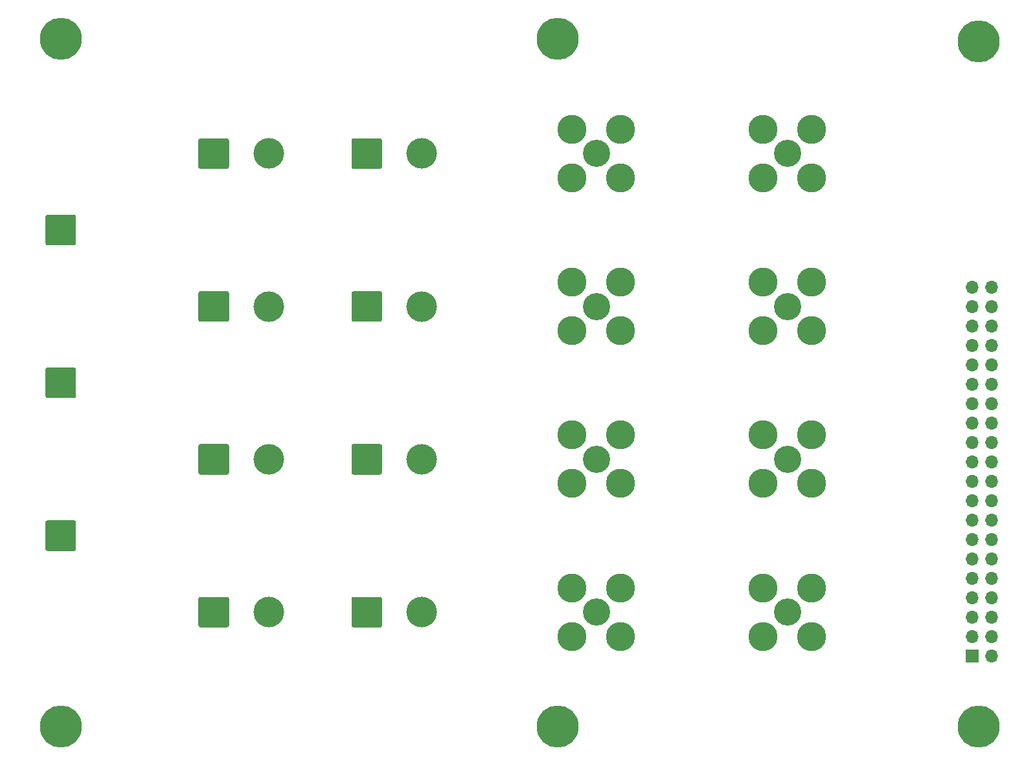
<source format=gbr>
G04 #@! TF.GenerationSoftware,KiCad,Pcbnew,6.0.0-d3dd2cf0fa~116~ubuntu21.10.1*
G04 #@! TF.CreationDate,2022-01-19T11:25:05+00:00*
G04 #@! TF.ProjectId,latbox_cycloneV,6c617462-6f78-45f6-9379-636c6f6e6556,rev?*
G04 #@! TF.SameCoordinates,Original*
G04 #@! TF.FileFunction,Soldermask,Bot*
G04 #@! TF.FilePolarity,Negative*
%FSLAX46Y46*%
G04 Gerber Fmt 4.6, Leading zero omitted, Abs format (unit mm)*
G04 Created by KiCad (PCBNEW 6.0.0-d3dd2cf0fa~116~ubuntu21.10.1) date 2022-01-19 11:25:05*
%MOMM*%
%LPD*%
G01*
G04 APERTURE LIST*
%ADD10C,5.500000*%
%ADD11C,4.000000*%
%ADD12C,3.556000*%
%ADD13C,3.810000*%
%ADD14R,1.700000X1.700000*%
%ADD15O,1.700000X1.700000*%
G04 APERTURE END LIST*
D10*
X55000000Y-55000000D03*
G36*
G01*
X93000000Y-111750000D02*
X93000000Y-108250000D01*
G75*
G02*
X93250000Y-108000000I250000J0D01*
G01*
X96750000Y-108000000D01*
G75*
G02*
X97000000Y-108250000I0J-250000D01*
G01*
X97000000Y-111750000D01*
G75*
G02*
X96750000Y-112000000I-250000J0D01*
G01*
X93250000Y-112000000D01*
G75*
G02*
X93000000Y-111750000I0J250000D01*
G01*
G37*
D11*
X102200000Y-110000000D03*
G36*
G01*
X93000000Y-71750000D02*
X93000000Y-68250000D01*
G75*
G02*
X93250000Y-68000000I250000J0D01*
G01*
X96750000Y-68000000D01*
G75*
G02*
X97000000Y-68250000I0J-250000D01*
G01*
X97000000Y-71750000D01*
G75*
G02*
X96750000Y-72000000I-250000J0D01*
G01*
X93250000Y-72000000D01*
G75*
G02*
X93000000Y-71750000I0J250000D01*
G01*
G37*
X102200000Y-70000000D03*
G36*
G01*
X73000000Y-131750000D02*
X73000000Y-128250000D01*
G75*
G02*
X73250000Y-128000000I250000J0D01*
G01*
X76750000Y-128000000D01*
G75*
G02*
X77000000Y-128250000I0J-250000D01*
G01*
X77000000Y-131750000D01*
G75*
G02*
X76750000Y-132000000I-250000J0D01*
G01*
X73250000Y-132000000D01*
G75*
G02*
X73000000Y-131750000I0J250000D01*
G01*
G37*
X82200000Y-130000000D03*
G36*
G01*
X93000000Y-131750000D02*
X93000000Y-128250000D01*
G75*
G02*
X93250000Y-128000000I250000J0D01*
G01*
X96750000Y-128000000D01*
G75*
G02*
X97000000Y-128250000I0J-250000D01*
G01*
X97000000Y-131750000D01*
G75*
G02*
X96750000Y-132000000I-250000J0D01*
G01*
X93250000Y-132000000D01*
G75*
G02*
X93000000Y-131750000I0J250000D01*
G01*
G37*
X102200000Y-130000000D03*
G36*
G01*
X53000000Y-81750000D02*
X53000000Y-78250000D01*
G75*
G02*
X53250000Y-78000000I250000J0D01*
G01*
X56750000Y-78000000D01*
G75*
G02*
X57000000Y-78250000I0J-250000D01*
G01*
X57000000Y-81750000D01*
G75*
G02*
X56750000Y-82000000I-250000J0D01*
G01*
X53250000Y-82000000D01*
G75*
G02*
X53000000Y-81750000I0J250000D01*
G01*
G37*
D12*
X125000000Y-130000000D03*
D13*
X121825000Y-133175000D03*
X121825000Y-126825000D03*
X128175000Y-133175000D03*
X128175000Y-126825000D03*
D12*
X150000000Y-130000000D03*
D13*
X153175000Y-126825000D03*
X153175000Y-133175000D03*
X146825000Y-126825000D03*
X146825000Y-133175000D03*
G36*
G01*
X73000000Y-71750000D02*
X73000000Y-68250000D01*
G75*
G02*
X73250000Y-68000000I250000J0D01*
G01*
X76750000Y-68000000D01*
G75*
G02*
X77000000Y-68250000I0J-250000D01*
G01*
X77000000Y-71750000D01*
G75*
G02*
X76750000Y-72000000I-250000J0D01*
G01*
X73250000Y-72000000D01*
G75*
G02*
X73000000Y-71750000I0J250000D01*
G01*
G37*
D11*
X82200000Y-70000000D03*
G36*
G01*
X73000000Y-111750000D02*
X73000000Y-108250000D01*
G75*
G02*
X73250000Y-108000000I250000J0D01*
G01*
X76750000Y-108000000D01*
G75*
G02*
X77000000Y-108250000I0J-250000D01*
G01*
X77000000Y-111750000D01*
G75*
G02*
X76750000Y-112000000I-250000J0D01*
G01*
X73250000Y-112000000D01*
G75*
G02*
X73000000Y-111750000I0J250000D01*
G01*
G37*
X82200000Y-110000000D03*
D10*
X175000000Y-55350000D03*
D12*
X125000000Y-70000000D03*
D13*
X121825000Y-73175000D03*
X121825000Y-66825000D03*
X128175000Y-73175000D03*
X128175000Y-66825000D03*
G36*
G01*
X73000000Y-91750000D02*
X73000000Y-88250000D01*
G75*
G02*
X73250000Y-88000000I250000J0D01*
G01*
X76750000Y-88000000D01*
G75*
G02*
X77000000Y-88250000I0J-250000D01*
G01*
X77000000Y-91750000D01*
G75*
G02*
X76750000Y-92000000I-250000J0D01*
G01*
X73250000Y-92000000D01*
G75*
G02*
X73000000Y-91750000I0J250000D01*
G01*
G37*
D11*
X82200000Y-90000000D03*
G36*
G01*
X53000000Y-101750000D02*
X53000000Y-98250000D01*
G75*
G02*
X53250000Y-98000000I250000J0D01*
G01*
X56750000Y-98000000D01*
G75*
G02*
X57000000Y-98250000I0J-250000D01*
G01*
X57000000Y-101750000D01*
G75*
G02*
X56750000Y-102000000I-250000J0D01*
G01*
X53250000Y-102000000D01*
G75*
G02*
X53000000Y-101750000I0J250000D01*
G01*
G37*
D12*
X150000000Y-90000000D03*
D13*
X146825000Y-93175000D03*
X153175000Y-93175000D03*
X153175000Y-86825000D03*
X146825000Y-86825000D03*
D14*
X174110000Y-135750000D03*
D15*
X176650000Y-135750000D03*
X174110000Y-133210000D03*
X176650000Y-133210000D03*
X174110000Y-130670000D03*
X176650000Y-130670000D03*
X174110000Y-128130000D03*
X176650000Y-128130000D03*
X174110000Y-125590000D03*
X176650000Y-125590000D03*
X174110000Y-123050000D03*
X176650000Y-123050000D03*
X174110000Y-120510000D03*
X176650000Y-120510000D03*
X174110000Y-117970000D03*
X176650000Y-117970000D03*
X174110000Y-115430000D03*
X176650000Y-115430000D03*
X174110000Y-112890000D03*
X176650000Y-112890000D03*
X174110000Y-110350000D03*
X176650000Y-110350000D03*
X174110000Y-107810000D03*
X176650000Y-107810000D03*
X174110000Y-105270000D03*
X176650000Y-105270000D03*
X174110000Y-102730000D03*
X176650000Y-102730000D03*
X174110000Y-100190000D03*
X176650000Y-100190000D03*
X174110000Y-97650000D03*
X176650000Y-97650000D03*
X174110000Y-95110000D03*
X176650000Y-95110000D03*
X174110000Y-92570000D03*
X176650000Y-92570000D03*
X174110000Y-90030000D03*
X176650000Y-90030000D03*
X174110000Y-87490000D03*
X176650000Y-87490000D03*
D10*
X175000000Y-145000000D03*
X120000000Y-145000000D03*
G36*
G01*
X93000000Y-91750000D02*
X93000000Y-88250000D01*
G75*
G02*
X93250000Y-88000000I250000J0D01*
G01*
X96750000Y-88000000D01*
G75*
G02*
X97000000Y-88250000I0J-250000D01*
G01*
X97000000Y-91750000D01*
G75*
G02*
X96750000Y-92000000I-250000J0D01*
G01*
X93250000Y-92000000D01*
G75*
G02*
X93000000Y-91750000I0J250000D01*
G01*
G37*
D11*
X102200000Y-90000000D03*
D12*
X125000000Y-90000000D03*
D13*
X128175000Y-86825000D03*
X121825000Y-93175000D03*
X128175000Y-93175000D03*
X121825000Y-86825000D03*
D12*
X125000000Y-110000000D03*
D13*
X128175000Y-113175000D03*
X128175000Y-106825000D03*
X121825000Y-113175000D03*
X121825000Y-106825000D03*
D12*
X150000000Y-70000000D03*
D13*
X153175000Y-73175000D03*
X146825000Y-73175000D03*
X146825000Y-66825000D03*
X153175000Y-66825000D03*
D12*
X150000000Y-110000000D03*
D13*
X146825000Y-113175000D03*
X153175000Y-113175000D03*
X153175000Y-106825000D03*
X146825000Y-106825000D03*
D10*
X120000000Y-55000000D03*
G36*
G01*
X53000000Y-121750000D02*
X53000000Y-118250000D01*
G75*
G02*
X53250000Y-118000000I250000J0D01*
G01*
X56750000Y-118000000D01*
G75*
G02*
X57000000Y-118250000I0J-250000D01*
G01*
X57000000Y-121750000D01*
G75*
G02*
X56750000Y-122000000I-250000J0D01*
G01*
X53250000Y-122000000D01*
G75*
G02*
X53000000Y-121750000I0J250000D01*
G01*
G37*
X55000000Y-145000000D03*
M02*

</source>
